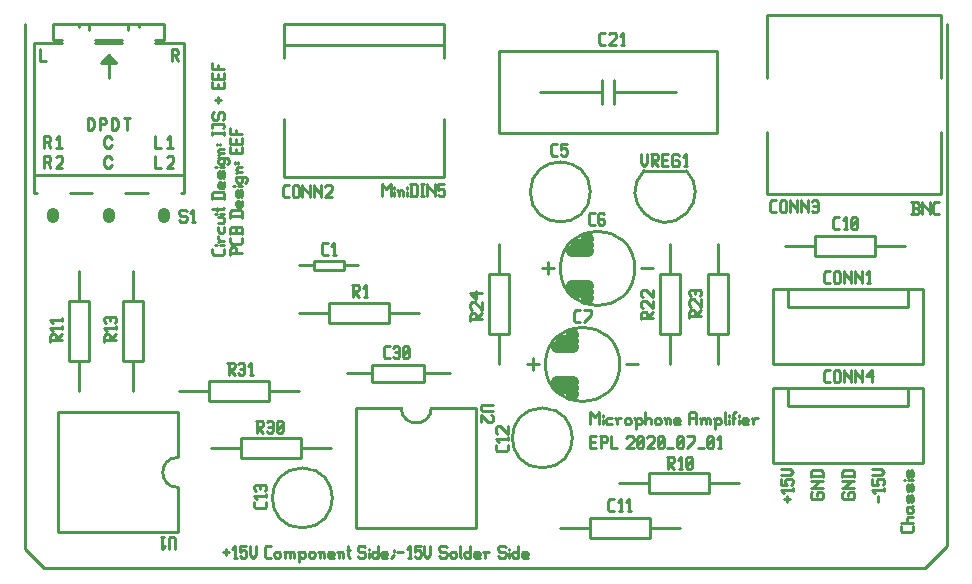
<source format=gto>
G04 start of page 2 for group 1 layer_idx 9 *
G04 Title: (unknown), top_silk *
G04 Creator: pcb-rnd 2.2.2 *
G04 CreationDate: 2020-07-01 21:22:50 UTC *
G04 For:  *
G04 Format: Gerber/RS-274X *
G04 PCB-Dimensions: 416500 193500 *
G04 PCB-Coordinate-Origin: lower left *
%MOIN*%
%FSLAX25Y25*%
%LNTOP_SILK_NONE_1*%
%ADD194C,0.0394*%
%ADD193C,0.0400*%
%ADD192C,0.0110*%
%ADD191C,0.0100*%
G54D191*X42000Y186500D02*Y187500D01*
X25500Y185500D02*Y187500D01*
X22000Y186500D02*Y187500D01*
X38500Y185500D02*Y187500D01*
X7000Y181000D02*X16500D01*
Y182000D02*X13500D01*
Y187500D01*
X26000Y156000D02*X25000D01*
X12000Y150000D02*X12500Y149500D01*
Y148500D01*
X12000Y148000D02*X11000D01*
X12500Y148500D02*X12000Y148000D01*
X10500Y143500D02*X12000D01*
Y147500D02*X12500Y146000D01*
X12000Y143500D02*X12500Y143000D01*
Y142000D01*
X9000Y179000D02*Y175000D01*
X11000D01*
X12000Y141500D02*X11000D01*
X10500Y150000D02*Y146000D01*
X7000Y181000D02*Y131000D01*
X12500Y142000D02*X12000Y141500D01*
Y141000D02*X12500Y139500D01*
X10500Y143500D02*Y139500D01*
Y150000D02*X12000D01*
X16500Y143000D02*Y141500D01*
X14500Y139500D02*X16500D01*
Y141500D02*X14500Y139500D01*
Y143000D02*X15000Y143500D01*
X16000D02*X16500Y143000D01*
X15000Y143500D02*X16000D01*
X14500Y146000D02*X16500D01*
X15500D02*Y150000D01*
X14500Y149000D01*
X19000Y131000D02*X26500D01*
X25000Y156000D02*Y152000D01*
X26000D01*
G54D192*X4000Y187500D02*Y12500D01*
G54D191*X8000Y131000D02*X7000D01*
G54D193*X13500Y124000D02*Y123000D01*
G54D191*X22000Y95000D02*Y105000D01*
X18667Y75000D02*Y95000D01*
X25333D02*Y75000D01*
Y95000D02*X18667D01*
X15000Y58000D02*Y18000D01*
X22000Y65000D02*Y75000D01*
X18667D02*X25333D01*
X26000Y152000D02*X27000Y153000D01*
Y155000D01*
X26000Y156000D01*
X27500Y181000D02*X36500D01*
Y182000D02*X27500D01*
X32000Y177000D02*X29500Y174500D01*
X32000Y176000D02*X33500Y174500D01*
X30500D02*X32000Y176000D01*
Y177000D02*Y169500D01*
X29500Y174500D02*X34500D01*
X32000Y177000D01*
X30500Y156000D02*X31000Y155500D01*
Y154500D01*
X30500Y154000D01*
X33000Y156000D02*Y152000D01*
X30500Y149000D02*Y147000D01*
X31500Y150000D02*X30500Y149000D01*
X32000Y150000D02*X31500D01*
X33000Y149000D02*X32000Y150000D01*
X33000Y142500D02*X32000Y143500D01*
X31500D01*
X30500Y142500D01*
G54D193*X32000Y124000D02*Y123000D01*
G54D191*X30500Y142500D02*Y140500D01*
X31500Y139500D01*
X32000D02*X33000Y140500D01*
X31500Y139500D02*X32000D01*
X30500Y147000D02*X31500Y146000D01*
X32000D02*X33000Y147000D01*
X31500Y146000D02*X32000D01*
X30500Y154000D02*X29500D01*
X34000Y156000D02*X33000D01*
Y152000D02*X34000D01*
X29000D02*Y156000D01*
X30500D01*
X37000D02*X39000D01*
X35000Y155000D02*X34000Y156000D01*
X35000Y153000D02*Y155000D01*
X38000Y156000D02*Y152000D01*
X34000D02*X35000Y153000D01*
X40000Y95000D02*Y105000D01*
X36667Y75000D02*Y95000D01*
X43333D02*Y75000D01*
Y95000D02*X36667D01*
X15000Y58000D02*X55000D01*
X40000Y65000D02*Y75000D01*
X36667D02*X43333D01*
X15000Y18000D02*X55000D01*
Y58000D02*Y43000D01*
Y33000D02*Y18000D01*
X13500Y187500D02*X50500D01*
Y182000D01*
X53000Y179000D02*X54500D01*
X55000Y178500D01*
X53000Y179000D02*Y175000D01*
X55000Y178500D02*Y177500D01*
X54500Y177000D01*
X53500D01*
X54500Y176500D02*X55000Y175000D01*
X50500Y182000D02*X47500D01*
Y150000D02*Y146000D01*
X49500D01*
X52000Y143500D02*X53000D01*
X51500Y143000D02*X52000Y143500D01*
X52500Y146000D02*Y150000D01*
X51500Y149000D01*
X47500Y139500D02*X49500D01*
X53000Y143500D02*X53500Y143000D01*
Y141500D01*
X51500Y139500D01*
X53500D01*
X47500Y143500D02*Y139500D01*
X51500Y146000D02*X53500D01*
G54D192*X4000Y12500D02*X10500Y6000D01*
G54D193*X50500Y124000D02*Y123000D01*
G54D191*X37500Y131000D02*X45000D01*
X7000Y137000D02*X57000D01*
Y131000D02*Y181000D01*
X90425Y136406D02*Y155737D01*
Y187390D02*X143575D01*
Y136406D02*X90425D01*
X143575Y187390D02*Y176052D01*
Y136406D02*Y155737D01*
X95500Y107000D02*X100425D01*
Y108642D02*X110275D01*
X95500Y91000D02*X105500D01*
X110275Y107000D02*X115200D01*
X100425Y108642D02*Y105358D01*
X110275D02*X100425D01*
X110275D02*Y108642D01*
X125500Y91000D02*X135500D01*
X105500Y94333D02*X125500D01*
X105500D02*Y87667D01*
X125500D02*X105500D01*
X125500D02*Y94333D01*
X162000Y104000D02*Y114000D01*
X165333Y104000D02*X158667D01*
X178520Y108000D02*Y104000D01*
X158667Y84000D02*Y104000D01*
X165333D02*Y84000D01*
X176520Y106000D02*X180520D01*
G54D194*X191821Y100094D02*X186320D01*
X191821Y98126D02*X188077D01*
X191821Y96157D02*X191461D01*
X191821Y111906D02*X186320D01*
X191821Y113874D02*X188077D01*
X191821Y115843D02*X191461D01*
G54D191*X90425Y180500D02*X143574D01*
X90425Y187390D02*Y176052D01*
X234815Y178640D02*X161980D01*
Y151081D01*
X196429Y168797D02*Y160923D01*
X200366Y168797D02*Y160923D01*
X251500Y190350D02*Y169500D01*
X161980Y151081D02*X234815D01*
Y178640D01*
X196429Y164860D02*X175760D01*
X200366D02*X221035D01*
X114500Y59500D02*Y19500D01*
X154500D01*
X114500Y59500D02*X129500D01*
X139500D02*X154500D01*
X212000Y37800D02*Y31200D01*
X202000Y34500D02*X212000D01*
X154500Y19500D02*Y59500D01*
X182500Y19500D02*X192500D01*
X55500Y65000D02*X65500D01*
X85500Y61667D02*X65500D01*
X85500Y65000D02*X95500D01*
X85500Y61667D02*Y68333D01*
X96026Y46158D02*X106026D01*
X76026Y49492D02*X96026D01*
Y42825D02*X76026D01*
X96026D02*Y49492D01*
X65500Y68333D02*Y61667D01*
X66026Y46158D02*X76026D01*
Y49492D02*Y42825D01*
X65500Y68333D02*X85500D01*
X111300Y71000D02*X119875D01*
Y73858D02*Y68142D01*
X137025Y71000D02*X145600D01*
X119875Y73858D02*X137025D01*
Y68142D02*X119875D01*
X137025D02*Y73858D01*
X204323Y74000D02*X208323D01*
X171520D02*X175520D01*
X162000D02*Y84000D01*
X158667D02*X165333D01*
X173520Y76000D02*Y72000D01*
G54D194*X186821Y68094D02*X181320D01*
X186821Y79906D02*X181320D01*
X186821Y66126D02*X183077D01*
X186821Y81874D02*X183077D01*
X186821Y64157D02*X186461D01*
X186821Y83843D02*X186461D01*
G54D191*X212000Y31200D02*X232000D01*
X212500Y19500D02*X222500D01*
X192500Y22833D02*Y16167D01*
Y22833D02*X212500D01*
Y16167D02*X192500D01*
X212500D02*Y22833D01*
X232000Y37800D02*Y31200D01*
Y34500D02*X242000D01*
X209323Y106000D02*X213323D01*
X219000Y104000D02*Y114000D01*
X215667Y84000D02*Y104000D01*
X222333D02*Y84000D01*
Y104000D02*X215667D01*
X224500Y138500D02*X210500D01*
X212000Y37800D02*X232000D01*
X219000Y74000D02*Y84000D01*
X215667D02*X222333D01*
X235000Y74000D02*Y84000D01*
X238333Y104000D02*Y84000D01*
X235000Y104000D02*Y114000D01*
X238333Y104000D02*X231667D01*
Y84000D02*X238333D01*
X231667D02*Y104000D01*
X57000Y131000D02*X56000D01*
X57000Y181000D02*X47500D01*
X309500Y190350D02*X251500D01*
Y130650D02*Y151500D01*
X309500Y189516D03*
X251500Y130650D02*X309500D01*
Y190350D02*Y169500D01*
X257500Y113500D02*X267500D01*
X287500D02*X297500D01*
X267500Y116833D02*X287500D01*
X267500D02*Y110167D01*
X258500Y93200D02*Y99200D01*
X253500D02*Y74200D01*
X287500Y110167D02*X267500D01*
X253500Y99200D02*X303500D01*
X258500Y93200D02*X298500D01*
Y99200D01*
X287500Y110167D02*Y116833D01*
X303500Y99200D02*Y74200D01*
X253500Y66200D02*X303500D01*
X258500Y60200D02*Y66200D01*
X253500D02*Y41200D01*
X303500D01*
X258500Y60200D02*X298500D01*
Y66200D01*
X303500D02*Y41200D01*
X253500Y74200D02*X303500D01*
G54D192*X10500Y6000D02*X304000D01*
X311500Y13500D01*
Y187500D01*
G54D191*X309500Y130650D02*Y151500D01*
X55000Y43000D02*G75*G03X55000Y33000I0J-5000D01*G01*
X129500Y59500D02*G75*G03X139500Y59500I5000J0D01*G01*
X96500Y19500D02*G75*G03X96500Y39500I0J10000D01*G01*
G75*G03X96500Y19500I0J-10000D01*G01*
X176500Y39500D02*G75*G03X176500Y59500I0J10000D01*G01*
G75*G03X176500Y39500I0J-10000D01*G01*
X177520Y74000D02*G75*G03X202323Y74000I12402J0D01*G01*
G75*G03X177520Y74000I-12402J0D01*G01*
X182520Y106000D02*G75*G03X207323Y106000I12402J0D01*G01*
G75*G03X182520Y106000I-12402J0D01*G01*
X172500Y131500D02*G75*G03X192500Y131500I10000J0D01*G01*
G75*G03X172500Y131500I-10000J0D01*G01*
X210429Y138571D02*G75*G03X224571Y124429I7071J-7071D01*G01*
X224571Y124429D02*G75*G03X224571Y138571I-7071J7071D01*G01*
X123000Y134010D02*Y130050D01*
Y134010D02*X124485Y132525D01*
X125970Y134010D01*
Y130050D01*
X127158Y133020D02*Y132525D01*
Y131535D02*Y130050D01*
X128643Y131535D02*Y130050D01*
Y131535D02*X129138Y132030D01*
X129633D01*
X130128Y131535D01*
Y130050D01*
X128148Y132030D02*X128643Y131535D01*
X131316Y133020D02*Y132525D01*
Y131535D02*Y130050D01*
X132801Y134010D02*Y130050D01*
X134286Y134010D02*X134781Y133515D01*
Y130545D01*
X134286Y130050D02*X134781Y130545D01*
X132306Y130050D02*X134286D01*
X132306Y134010D02*X134286D01*
X135969D02*X136959D01*
X136464D02*Y130050D01*
X135969D02*X136959D01*
X138147Y134010D02*Y130050D01*
Y134010D02*Y133515D01*
X140622Y131040D01*
Y134010D02*Y130050D01*
X141810Y134010D02*X143790D01*
X141810D02*Y132030D01*
X142305Y132525D01*
X143295D01*
X143790Y132030D01*
Y130545D01*
X143295Y130050D02*X143790Y130545D01*
X142305Y130050D02*X143295D01*
X141810Y130545D02*X142305Y130050D01*
X90634Y129752D02*X92134D01*
X90134Y130252D02*X90634Y129752D01*
X90134Y133252D02*Y130252D01*
Y133252D02*X90634Y133752D01*
X92134D01*
X93334Y133252D02*Y130252D01*
Y133252D02*X93834Y133752D01*
X94834D01*
X95334Y133252D01*
Y130252D01*
X94834Y129752D02*X95334Y130252D01*
X93834Y129752D02*X94834D01*
X93334Y130252D02*X93834Y129752D01*
X96534Y133752D02*Y129752D01*
Y133752D02*Y133252D01*
X99034Y130752D01*
Y133752D02*Y129752D01*
X100234Y133752D02*Y129752D01*
Y133752D02*Y133252D01*
X102734Y130752D01*
Y133752D02*Y129752D01*
X103934Y133252D02*X104434Y133752D01*
X105934D01*
X106434Y133252D01*
Y132252D01*
X103934Y129752D02*X106434Y132252D01*
X103934Y129752D02*X106434D01*
X71500Y74500D02*X73500D01*
X74000Y74000D01*
Y73000D01*
X73500Y72500D02*X74000Y73000D01*
X72000Y72500D02*X73500D01*
X72000Y74500D02*Y70500D01*
Y72500D02*X74000Y70500D01*
X75200Y74000D02*X75700Y74500D01*
X76700D01*
X77200Y74000D01*
Y71000D01*
X76700Y70500D02*X77200Y71000D01*
X75700Y70500D02*X76700D01*
X75200Y71000D02*X75700Y70500D01*
Y72500D02*X77200D01*
X78900Y70500D02*X79900D01*
X79400Y74500D02*Y70500D01*
X78400Y73500D02*X79400Y74500D01*
X113000Y100500D02*X115000D01*
X115500Y100000D01*
Y99000D01*
X115000Y98500D02*X115500Y99000D01*
X113500Y98500D02*X115000D01*
X113500Y100500D02*Y96500D01*
Y98500D02*X115500Y96500D01*
X117200D02*X118200D01*
X117700Y100500D02*Y96500D01*
X116700Y99500D02*X117700Y100500D01*
X103410Y110500D02*X104910D01*
X102910Y111000D02*X103410Y110500D01*
X102910Y114000D02*Y111000D01*
Y114000D02*X103410Y114500D01*
X104910D01*
X106610Y110500D02*X107610D01*
X107110Y114500D02*Y110500D01*
X106110Y113500D02*X107110Y114500D01*
X124090Y76000D02*X125590D01*
X123590Y76500D02*X124090Y76000D01*
X123590Y79500D02*Y76500D01*
Y79500D02*X124090Y80000D01*
X125590D01*
X126790Y79500D02*X127290Y80000D01*
X128290D01*
X128790Y79500D01*
Y76500D01*
X128290Y76000D02*X128790Y76500D01*
X127290Y76000D02*X128290D01*
X126790Y76500D02*X127290Y76000D01*
Y78000D02*X128790D01*
X129990Y76500D02*X130490Y76000D01*
X129990Y79500D02*Y76500D01*
Y79500D02*X130490Y80000D01*
X131490D01*
X131990Y79500D01*
Y76500D01*
X131490Y76000D02*X131990Y76500D01*
X130490Y76000D02*X131490D01*
X129990Y77000D02*X131990Y79000D01*
X70000Y11530D02*X71980D01*
X70990Y12520D02*Y10540D01*
X73663Y9550D02*X74653D01*
X74158Y13510D02*Y9550D01*
X73168Y12520D02*X74158Y13510D01*
X75841D02*X77821D01*
X75841D02*Y11530D01*
X76336Y12025D01*
X77326D01*
X77821Y11530D01*
Y10045D01*
X77326Y9550D02*X77821Y10045D01*
X76336Y9550D02*X77326D01*
X75841Y10045D02*X76336Y9550D01*
X79009Y13510D02*Y10540D01*
X79999Y9550D01*
X80989Y10540D01*
Y13510D02*Y10540D01*
X84454Y9550D02*X85939D01*
X83959Y10045D02*X84454Y9550D01*
X83959Y13015D02*Y10045D01*
Y13015D02*X84454Y13510D01*
X85939D01*
X87127Y11035D02*Y10045D01*
Y11035D02*X87622Y11530D01*
X88612D01*
X89107Y11035D01*
Y10045D01*
X88612Y9550D02*X89107Y10045D01*
X87622Y9550D02*X88612D01*
X87127Y10045D02*X87622Y9550D01*
X90790Y11035D02*Y9550D01*
Y11035D02*X91285Y11530D01*
X91780D01*
X92275Y11035D01*
Y9550D01*
Y11035D02*X92770Y11530D01*
X93265D01*
X93760Y11035D01*
Y9550D01*
X90295Y11530D02*X90790Y11035D01*
X95443D02*Y8065D01*
X94948Y11530D02*X95443Y11035D01*
X95938Y11530D01*
X96928D01*
X97423Y11035D01*
Y10045D01*
X96928Y9550D02*X97423Y10045D01*
X95938Y9550D02*X96928D01*
X95443Y10045D02*X95938Y9550D01*
X98611Y11035D02*Y10045D01*
Y11035D02*X99106Y11530D01*
X100096D01*
X100591Y11035D01*
Y10045D01*
X100096Y9550D02*X100591Y10045D01*
X99106Y9550D02*X100096D01*
X98611Y10045D02*X99106Y9550D01*
X102274Y11035D02*Y9550D01*
Y11035D02*X102769Y11530D01*
X103264D01*
X103759Y11035D01*
Y9550D01*
X101779Y11530D02*X102274Y11035D01*
X105442Y9550D02*X106927D01*
X104947Y10045D02*X105442Y9550D01*
X104947Y11035D02*Y10045D01*
Y11035D02*X105442Y11530D01*
X106432D01*
X106927Y11035D01*
X104947Y10540D02*X106927D01*
Y11035D01*
X108610D02*Y9550D01*
Y11035D02*X109105Y11530D01*
X109600D01*
X110095Y11035D01*
Y9550D01*
X108115Y11530D02*X108610Y11035D01*
X111778Y13510D02*Y10045D01*
X112273Y9550D01*
X111283Y12025D02*X112273D01*
X117025Y13510D02*X117520Y13015D01*
X115540Y13510D02*X117025D01*
X115045Y13015D02*X115540Y13510D01*
X115045Y13015D02*Y12025D01*
X115540Y11530D01*
X117025D01*
X117520Y11035D01*
Y10045D01*
X117025Y9550D02*X117520Y10045D01*
X115540Y9550D02*X117025D01*
X115045Y10045D02*X115540Y9550D01*
X118708Y12520D02*Y12025D01*
Y11035D02*Y9550D01*
X121678Y13510D02*Y9550D01*
X121183D02*X121678Y10045D01*
X120193Y9550D02*X121183D01*
X119698Y10045D02*X120193Y9550D01*
X119698Y11035D02*Y10045D01*
Y11035D02*X120193Y11530D01*
X121183D01*
X121678Y11035D01*
X123361Y9550D02*X124846D01*
X122866Y10045D02*X123361Y9550D01*
X122866Y11035D02*Y10045D01*
Y11035D02*X123361Y11530D01*
X124351D01*
X124846Y11035D01*
X122866Y10540D02*X124846D01*
Y11035D01*
X126034Y9550D02*X127024Y10540D01*
Y12025D02*Y11530D01*
X128212D02*X130192D01*
X131875Y9550D02*X132865D01*
X132370Y13510D02*Y9550D01*
X131380Y12520D02*X132370Y13510D01*
X134053D02*X136033D01*
X134053D02*Y11530D01*
X134548Y12025D01*
X135538D01*
X136033Y11530D01*
Y10045D01*
X135538Y9550D02*X136033Y10045D01*
X134548Y9550D02*X135538D01*
X134053Y10045D02*X134548Y9550D01*
X137221Y13510D02*Y10540D01*
X138211Y9550D01*
X139201Y10540D01*
Y13510D02*Y10540D01*
X144151Y13510D02*X144646Y13015D01*
X142666Y13510D02*X144151D01*
X142171Y13015D02*X142666Y13510D01*
X142171Y13015D02*Y12025D01*
X142666Y11530D01*
X144151D01*
X144646Y11035D01*
Y10045D01*
X144151Y9550D02*X144646Y10045D01*
X142666Y9550D02*X144151D01*
X142171Y10045D02*X142666Y9550D01*
X145834Y11035D02*Y10045D01*
Y11035D02*X146329Y11530D01*
X147319D01*
X147814Y11035D01*
Y10045D01*
X147319Y9550D02*X147814Y10045D01*
X146329Y9550D02*X147319D01*
X145834Y10045D02*X146329Y9550D01*
X149002Y13510D02*Y10045D01*
X149497Y9550D01*
X152467Y13510D02*Y9550D01*
X151972D02*X152467Y10045D01*
X150982Y9550D02*X151972D01*
X150487Y10045D02*X150982Y9550D01*
X150487Y11035D02*Y10045D01*
Y11035D02*X150982Y11530D01*
X151972D01*
X152467Y11035D01*
X154150Y9550D02*X155635D01*
X153655Y10045D02*X154150Y9550D01*
X153655Y11035D02*Y10045D01*
Y11035D02*X154150Y11530D01*
X155140D01*
X155635Y11035D01*
X153655Y10540D02*X155635D01*
Y11035D01*
X157318D02*Y9550D01*
Y11035D02*X157813Y11530D01*
X158803D01*
X156823D02*X157318Y11035D01*
X163753Y13510D02*X164248Y13015D01*
X162268Y13510D02*X163753D01*
X161773Y13015D02*X162268Y13510D01*
X161773Y13015D02*Y12025D01*
X162268Y11530D01*
X163753D01*
X164248Y11035D01*
Y10045D01*
X163753Y9550D02*X164248Y10045D01*
X162268Y9550D02*X163753D01*
X161773Y10045D02*X162268Y9550D01*
X165436Y12520D02*Y12025D01*
Y11035D02*Y9550D01*
X168406Y13510D02*Y9550D01*
X167911D02*X168406Y10045D01*
X166921Y9550D02*X167911D01*
X166426Y10045D02*X166921Y9550D01*
X166426Y11035D02*Y10045D01*
Y11035D02*X166921Y11530D01*
X167911D01*
X168406Y11035D01*
X170089Y9550D02*X171574D01*
X169594Y10045D02*X170089Y9550D01*
X169594Y11035D02*Y10045D01*
Y11035D02*X170089Y11530D01*
X171079D01*
X171574Y11035D01*
X169594Y10540D02*X171574D01*
Y11035D01*
X54000Y12500D02*Y16000D01*
X53500Y16500D01*
X52500D01*
X52000Y16000D01*
Y12500D02*Y16000D01*
X50300Y16500D02*X49300D01*
X49800Y12500D02*Y16500D01*
X50800Y13500D02*X49800Y12500D01*
X160000Y60500D02*X156500D01*
X156000Y60000D01*
Y59000D01*
X156500Y58500D01*
X160000D02*X156500D01*
X159500Y57300D02*X160000Y56800D01*
Y55300D01*
X159500Y54800D01*
X158500D01*
X156000Y57300D02*X158500Y54800D01*
X156000Y57300D02*Y54800D01*
X81026Y55158D02*X83026D01*
X83526Y54658D01*
Y53658D01*
X83026Y53158D02*X83526Y53658D01*
X81526Y53158D02*X83026D01*
X81526Y55158D02*Y51158D01*
Y53158D02*X83526Y51158D01*
X84726Y54658D02*X85226Y55158D01*
X86226D01*
X86726Y54658D01*
Y51658D01*
X86226Y51158D02*X86726Y51658D01*
X85226Y51158D02*X86226D01*
X84726Y51658D02*X85226Y51158D01*
Y53158D02*X86726D01*
X87926Y51658D02*X88426Y51158D01*
X87926Y54658D02*Y51658D01*
Y54658D02*X88426Y55158D01*
X89426D01*
X89926Y54658D01*
Y51658D01*
X89426Y51158D02*X89926Y51658D01*
X88426Y51158D02*X89426D01*
X87926Y52158D02*X89926Y54158D01*
X165000Y45500D02*Y47000D01*
X164500Y45000D02*X165000Y45500D01*
X161500Y45000D02*X164500D01*
X161500D02*X161000Y45500D01*
Y47000D01*
X165000Y48700D02*Y49700D01*
X161000Y49200D02*X165000D01*
X162000Y48200D02*X161000Y49200D01*
X161500Y50900D02*X161000Y51400D01*
Y52900D01*
X161500Y53400D01*
X162500D01*
X165000Y50900D02*X162500Y53400D01*
X165000Y50900D02*Y53400D01*
X84500Y26500D02*Y28000D01*
X84000Y26000D02*X84500Y26500D01*
X81000Y26000D02*X84000D01*
X81000D02*X80500Y26500D01*
Y28000D01*
X84500Y29700D02*Y30700D01*
X80500Y30200D02*X84500D01*
X81500Y29200D02*X80500Y30200D01*
X81000Y31900D02*X80500Y32400D01*
Y33400D01*
X81000Y33900D01*
X84000D01*
X84500Y33400D02*X84000Y33900D01*
X84500Y32400D02*Y33400D01*
X84000Y31900D02*X84500Y32400D01*
X82500D02*Y33900D01*
X187610Y88000D02*X189110D01*
X187110Y88500D02*X187610Y88000D01*
X187110Y91500D02*Y88500D01*
Y91500D02*X187610Y92000D01*
X189110D01*
X190310Y88000D02*X192810Y90500D01*
Y92000D02*Y90500D01*
X190310Y92000D02*X192810D01*
X199000Y25000D02*X200500D01*
X198500Y25500D02*X199000Y25000D01*
X198500Y28500D02*Y25500D01*
Y28500D02*X199000Y29000D01*
X200500D01*
X202200Y25000D02*X203200D01*
X202700Y29000D02*Y25000D01*
X201700Y28000D02*X202700Y29000D01*
X204900Y25000D02*X205900D01*
X205400Y29000D02*Y25000D01*
X204400Y28000D02*X205400Y29000D01*
X152500Y88500D02*Y90500D01*
X153000Y91000D01*
X154000D01*
X154500Y90500D02*X154000Y91000D01*
X154500Y89000D02*Y90500D01*
X152500Y89000D02*X156500D01*
X154500D02*X156500Y91000D01*
X153000Y92200D02*X152500Y92700D01*
Y94200D01*
X153000Y94700D01*
X154000D01*
X156500Y92200D02*X154000Y94700D01*
X156500Y92200D02*Y94700D01*
X154500Y95900D02*X152500Y97900D01*
X154500Y95900D02*Y98400D01*
X152500Y97900D02*X156500D01*
X192453Y120500D02*X193953D01*
X191953Y121000D02*X192453Y120500D01*
X191953Y124000D02*Y121000D01*
Y124000D02*X192453Y124500D01*
X193953D01*
X196653D02*X197153Y124000D01*
X195653Y124500D02*X196653D01*
X195153Y124000D02*X195653Y124500D01*
X195153Y124000D02*Y121000D01*
X195653Y120500D01*
X196653Y122500D02*X197153Y122000D01*
X195153Y122500D02*X196653D01*
X195653Y120500D02*X196653D01*
X197153Y121000D01*
Y122000D02*Y121000D01*
X209500Y89000D02*Y91000D01*
X210000Y91500D01*
X211000D01*
X211500Y91000D02*X211000Y91500D01*
X211500Y89500D02*Y91000D01*
X209500Y89500D02*X213500D01*
X211500D02*X213500Y91500D01*
X210000Y92700D02*X209500Y93200D01*
Y94700D01*
X210000Y95200D01*
X211000D01*
X213500Y92700D02*X211000Y95200D01*
X213500Y92700D02*Y95200D01*
X210000Y96400D02*X209500Y96900D01*
Y98400D01*
X210000Y98900D01*
X211000D01*
X213500Y96400D02*X211000Y98900D01*
X213500Y96400D02*Y98900D01*
X225500Y89500D02*Y91500D01*
X226000Y92000D01*
X227000D01*
X227500Y91500D02*X227000Y92000D01*
X227500Y90000D02*Y91500D01*
X225500Y90000D02*X229500D01*
X227500D02*X229500Y92000D01*
X226000Y93200D02*X225500Y93700D01*
Y95200D01*
X226000Y95700D01*
X227000D01*
X229500Y93200D02*X227000Y95700D01*
X229500Y93200D02*Y95700D01*
X226000Y96900D02*X225500Y97400D01*
Y98400D01*
X226000Y98900D01*
X229000D01*
X229500Y98400D02*X229000Y98900D01*
X229500Y97400D02*Y98400D01*
X229000Y96900D02*X229500Y97400D01*
X227500D02*Y98900D01*
X257970Y28000D02*Y29980D01*
X256980Y28990D02*X258960D01*
X259950Y31663D02*Y32653D01*
X255990Y32158D02*X259950D01*
X256980Y31168D02*X255990Y32158D01*
Y33841D02*Y35821D01*
Y33841D02*X257970D01*
X257475Y34336D01*
Y35326D01*
X257970Y35821D01*
X259455D01*
X259950Y35326D02*X259455Y35821D01*
X259950Y34336D02*Y35326D01*
X259455Y33841D02*X259950Y34336D01*
X255990Y37009D02*X258960D01*
X259950Y37999D01*
X258960Y38989D01*
X255990D02*X258960D01*
X192500Y48000D02*X194000D01*
X192500Y46000D02*X194500D01*
X192500Y50000D02*Y46000D01*
Y50000D02*X194500D01*
X196200D02*Y46000D01*
X195700Y50000D02*X197700D01*
X198200Y49500D01*
Y48500D01*
X197700Y48000D02*X198200Y48500D01*
X196200Y48000D02*X197700D01*
X199400Y50000D02*Y46000D01*
X201400D01*
X204400Y49500D02*X204900Y50000D01*
X206400D01*
X206900Y49500D01*
Y48500D01*
X204400Y46000D02*X206900Y48500D01*
X204400Y46000D02*X206900D01*
X208100Y46500D02*X208600Y46000D01*
X208100Y49500D02*Y46500D01*
Y49500D02*X208600Y50000D01*
X209600D01*
X210100Y49500D01*
Y46500D01*
X209600Y46000D02*X210100Y46500D01*
X208600Y46000D02*X209600D01*
X208100Y47000D02*X210100Y49000D01*
X211300Y49500D02*X211800Y50000D01*
X213300D01*
X213800Y49500D01*
Y48500D01*
X211300Y46000D02*X213800Y48500D01*
X211300Y46000D02*X213800D01*
X215000Y46500D02*X215500Y46000D01*
X215000Y49500D02*Y46500D01*
Y49500D02*X215500Y50000D01*
X216500D01*
X217000Y49500D01*
Y46500D01*
X216500Y46000D02*X217000Y46500D01*
X215500Y46000D02*X216500D01*
X215000Y47000D02*X217000Y49000D01*
X218200Y46000D02*X220200D01*
X221400Y46500D02*X221900Y46000D01*
X221400Y49500D02*Y46500D01*
Y49500D02*X221900Y50000D01*
X222900D01*
X223400Y49500D01*
Y46500D01*
X222900Y46000D02*X223400Y46500D01*
X221900Y46000D02*X222900D01*
X221400Y47000D02*X223400Y49000D01*
X224600Y46000D02*X227100Y48500D01*
Y50000D02*Y48500D01*
X224600Y50000D02*X227100D01*
X228300Y46000D02*X230300D01*
X231500Y46500D02*X232000Y46000D01*
X231500Y49500D02*Y46500D01*
Y49500D02*X232000Y50000D01*
X233000D01*
X233500Y49500D01*
Y46500D01*
X233000Y46000D02*X233500Y46500D01*
X232000Y46000D02*X233000D01*
X231500Y47000D02*X233500Y49000D01*
X235200Y46000D02*X236200D01*
X235700Y50000D02*Y46000D01*
X234700Y49000D02*X235700Y50000D01*
X192500Y58010D02*Y54050D01*
Y58010D02*X193985Y56525D01*
X195470Y58010D01*
Y54050D01*
X196658Y57020D02*Y56525D01*
Y55535D02*Y54050D01*
X198143Y56030D02*X199628D01*
X197648Y55535D02*X198143Y56030D01*
X197648Y55535D02*Y54545D01*
X198143Y54050D01*
X199628D01*
X201311Y55535D02*Y54050D01*
Y55535D02*X201806Y56030D01*
X202796D01*
X200816D02*X201311Y55535D01*
X203984D02*Y54545D01*
Y55535D02*X204479Y56030D01*
X205469D01*
X205964Y55535D01*
Y54545D01*
X205469Y54050D02*X205964Y54545D01*
X204479Y54050D02*X205469D01*
X203984Y54545D02*X204479Y54050D01*
X207647Y55535D02*Y52565D01*
X207152Y56030D02*X207647Y55535D01*
X208142Y56030D01*
X209132D01*
X209627Y55535D01*
Y54545D01*
X209132Y54050D02*X209627Y54545D01*
X208142Y54050D02*X209132D01*
X207647Y54545D02*X208142Y54050D01*
X210815Y58010D02*Y54050D01*
Y55535D02*X211310Y56030D01*
X212300D01*
X212795Y55535D01*
Y54050D01*
X213983Y55535D02*Y54545D01*
Y55535D02*X214478Y56030D01*
X215468D01*
X215963Y55535D01*
Y54545D01*
X215468Y54050D02*X215963Y54545D01*
X214478Y54050D02*X215468D01*
X213983Y54545D02*X214478Y54050D01*
X217646Y55535D02*Y54050D01*
Y55535D02*X218141Y56030D01*
X218636D01*
X219131Y55535D01*
Y54050D01*
X217151Y56030D02*X217646Y55535D01*
X220814Y54050D02*X222299D01*
X220319Y54545D02*X220814Y54050D01*
X220319Y55535D02*Y54545D01*
Y55535D02*X220814Y56030D01*
X221804D01*
X222299Y55535D01*
X220319Y55040D02*X222299D01*
Y55535D01*
X225269Y57515D02*Y54050D01*
Y57515D02*X225764Y58010D01*
X227249D01*
X227744Y57515D01*
Y54050D01*
X225269Y56030D02*X227744D01*
X229427Y55535D02*Y54050D01*
Y55535D02*X229922Y56030D01*
X230417D01*
X230912Y55535D01*
Y54050D01*
Y55535D02*X231407Y56030D01*
X231902D01*
X232397Y55535D01*
Y54050D01*
X228932Y56030D02*X229427Y55535D01*
X234080D02*Y52565D01*
X233585Y56030D02*X234080Y55535D01*
X234575Y56030D01*
X235565D01*
X236060Y55535D01*
Y54545D01*
X235565Y54050D02*X236060Y54545D01*
X234575Y54050D02*X235565D01*
X234080Y54545D02*X234575Y54050D01*
X237248Y58010D02*Y54545D01*
X237743Y54050D01*
X238733Y57020D02*Y56525D01*
Y55535D02*Y54050D01*
X240218Y57515D02*Y54050D01*
Y57515D02*X240713Y58010D01*
X241208D01*
X239723Y56030D02*X240713D01*
X242198Y57020D02*Y56525D01*
Y55535D02*Y54050D01*
X243683D02*X245168D01*
X243188Y54545D02*X243683Y54050D01*
X243188Y55535D02*Y54545D01*
Y55535D02*X243683Y56030D01*
X244673D01*
X245168Y55535D01*
X243188Y55040D02*X245168D01*
Y55535D01*
X246851D02*Y54050D01*
Y55535D02*X247346Y56030D01*
X248336D01*
X246356D02*X246851Y55535D01*
X218000Y43200D02*X220000D01*
X220500Y42700D01*
Y41700D01*
X220000Y41200D02*X220500Y41700D01*
X218500Y41200D02*X220000D01*
X218500Y43200D02*Y39200D01*
Y41200D02*X220500Y39200D01*
X222200D02*X223200D01*
X222700Y43200D02*Y39200D01*
X221700Y42200D02*X222700Y43200D01*
X224400Y39700D02*X224900Y39200D01*
X224400Y42700D02*Y39700D01*
Y42700D02*X224900Y43200D01*
X225900D01*
X226400Y42700D01*
Y39700D01*
X225900Y39200D02*X226400Y39700D01*
X224900Y39200D02*X225900D01*
X224400Y40200D02*X226400Y42200D01*
X299500Y124050D02*X301480D01*
X301975Y124545D01*
Y125535D02*Y124545D01*
X301480Y126030D02*X301975Y125535D01*
X299995Y126030D02*X301480D01*
X299995Y128010D02*Y124050D01*
X299500Y128010D02*X301480D01*
X301975Y127515D01*
Y126525D01*
X301480Y126030D02*X301975Y126525D01*
X303163Y128010D02*Y124050D01*
Y128010D02*Y127515D01*
X305638Y125040D01*
Y128010D02*Y124050D01*
X307321D02*X308806D01*
X306826Y124545D02*X307321Y124050D01*
X306826Y127515D02*Y124545D01*
Y127515D02*X307321Y128010D01*
X308806D01*
X274000Y119000D02*X275500D01*
X273500Y119500D02*X274000Y119000D01*
X273500Y122500D02*Y119500D01*
Y122500D02*X274000Y123000D01*
X275500D01*
X277200Y119000D02*X278200D01*
X277700Y123000D02*Y119000D01*
X276700Y122000D02*X277700Y123000D01*
X279400Y119500D02*X279900Y119000D01*
X279400Y122500D02*Y119500D01*
Y122500D02*X279900Y123000D01*
X280900D01*
X281400Y122500D01*
Y119500D01*
X280900Y119000D02*X281400Y119500D01*
X279900Y119000D02*X280900D01*
X279400Y120000D02*X281400Y122000D01*
X271000Y68000D02*X272500D01*
X270500Y68500D02*X271000Y68000D01*
X270500Y71500D02*Y68500D01*
Y71500D02*X271000Y72000D01*
X272500D01*
X273700Y71500D02*Y68500D01*
Y71500D02*X274200Y72000D01*
X275200D01*
X275700Y71500D01*
Y68500D01*
X275200Y68000D02*X275700Y68500D01*
X274200Y68000D02*X275200D01*
X273700Y68500D02*X274200Y68000D01*
X276900Y72000D02*Y68000D01*
Y72000D02*Y71500D01*
X279400Y69000D01*
Y72000D02*Y68000D01*
X280600Y72000D02*Y68000D01*
Y72000D02*Y71500D01*
X283100Y69000D01*
Y72000D02*Y68000D01*
X284300Y70000D02*X286300Y72000D01*
X284300Y70000D02*X286800D01*
X286300Y72000D02*Y68000D01*
X271000Y101000D02*X272500D01*
X270500Y101500D02*X271000Y101000D01*
X270500Y104500D02*Y101500D01*
Y104500D02*X271000Y105000D01*
X272500D01*
X273700Y104500D02*Y101500D01*
Y104500D02*X274200Y105000D01*
X275200D01*
X275700Y104500D01*
Y101500D01*
X275200Y101000D02*X275700Y101500D01*
X274200Y101000D02*X275200D01*
X273700Y101500D02*X274200Y101000D01*
X276900Y105000D02*Y101000D01*
Y105000D02*Y104500D01*
X279400Y102000D01*
Y105000D02*Y101000D01*
X280600Y105000D02*Y101000D01*
Y105000D02*Y104500D01*
X283100Y102000D01*
Y105000D02*Y101000D01*
X284800D02*X285800D01*
X285300Y105000D02*Y101000D01*
X284300Y104000D02*X285300Y105000D01*
X276490Y30980D02*X276985Y31475D01*
X276490Y29495D02*Y30980D01*
X276985Y29000D02*X276490Y29495D01*
X276985Y29000D02*X279955D01*
X280450Y29495D01*
Y30980D01*
X279955Y31475D01*
X278965D02*X279955D01*
X278470Y30980D02*X278965Y31475D01*
X278470Y29990D02*Y30980D01*
X276490Y32663D02*X280450D01*
X276490D02*X276985D01*
X279460Y35138D01*
X276490D02*X280450D01*
X276490Y36821D02*X280450D01*
X276490Y38306D02*X276985Y38801D01*
X279955D01*
X280450Y38306D02*X279955Y38801D01*
X280450Y36326D02*Y38306D01*
X276490Y36326D02*Y38306D01*
X288470Y28000D02*Y29980D01*
X290450Y31663D02*Y32653D01*
X286490Y32158D02*X290450D01*
X287480Y31168D02*X286490Y32158D01*
Y33841D02*Y35821D01*
Y33841D02*X288470D01*
X287975Y34336D01*
Y35326D01*
X288470Y35821D01*
X289955D01*
X290450Y35326D02*X289955Y35821D01*
X290450Y34336D02*Y35326D01*
X289955Y33841D02*X290450Y34336D01*
X286490Y37009D02*X289460D01*
X290450Y37999D01*
X289460Y38989D01*
X286490D02*X289460D01*
X265990Y30980D02*X266485Y31475D01*
X265990Y29495D02*Y30980D01*
X266485Y29000D02*X265990Y29495D01*
X266485Y29000D02*X269455D01*
X269950Y29495D01*
Y30980D01*
X269455Y31475D01*
X268465D02*X269455D01*
X267970Y30980D02*X268465Y31475D01*
X267970Y29990D02*Y30980D01*
X265990Y32663D02*X269950D01*
X265990D02*X266485D01*
X268960Y35138D01*
X265990D02*X269950D01*
X265990Y36821D02*X269950D01*
X265990Y38306D02*X266485Y38801D01*
X269455D01*
X269950Y38306D02*X269455Y38801D01*
X269950Y36326D02*Y38306D01*
X265990Y36326D02*Y38306D01*
X299950Y18495D02*Y19980D01*
X299455Y18000D02*X299950Y18495D01*
X296485Y18000D02*X299455D01*
X296485D02*X295990Y18495D01*
Y19980D01*
Y21168D02*X299950D01*
X298465D02*X297970Y21663D01*
Y22653D01*
X298465Y23148D01*
X299950D01*
X297970Y25821D02*X298465Y26316D01*
X297970Y24831D02*Y25821D01*
X298465Y24336D02*X297970Y24831D01*
X298465Y24336D02*X299455D01*
X299950Y24831D01*
X297970Y26316D02*X299455D01*
X299950Y26811D01*
Y24831D02*Y25821D01*
X299455Y26316D01*
X299950Y28494D02*Y29979D01*
X299455Y30474D01*
X298960Y29979D02*X299455Y30474D01*
X298960Y28494D02*Y29979D01*
X298465Y27999D02*X298960Y28494D01*
X298465Y27999D02*X297970Y28494D01*
Y29979D01*
X298465Y30474D01*
X299455Y27999D02*X299950Y28494D01*
Y32157D02*Y33642D01*
X299455Y34137D01*
X298960Y33642D02*X299455Y34137D01*
X298960Y32157D02*Y33642D01*
X298465Y31662D02*X298960Y32157D01*
X298465Y31662D02*X297970Y32157D01*
Y33642D01*
X298465Y34137D01*
X299455Y31662D02*X299950Y32157D01*
X296980Y35325D02*X297475D01*
X298465D02*X299950D01*
Y36810D02*Y38295D01*
X299455Y38790D01*
X298960Y38295D02*X299455Y38790D01*
X298960Y36810D02*Y38295D01*
X298465Y36315D02*X298960Y36810D01*
X298465Y36315D02*X297970Y36810D01*
Y38295D01*
X298465Y38790D01*
X299455Y36315D02*X299950Y36810D01*
X70500Y111000D02*Y112500D01*
X70000Y110500D02*X70500Y111000D01*
X67000Y110500D02*X70000D01*
X67000D02*X66500Y111000D01*
Y112500D01*
X67500Y113700D02*X68000D01*
X69000D02*X70500D01*
X69000Y115200D02*X70500D01*
X69000D02*X68500Y115700D01*
Y116700D01*
Y114700D02*X69000Y115200D01*
X68500Y118400D02*Y119900D01*
X69000Y117900D02*X68500Y118400D01*
X69000Y117900D02*X70000D01*
X70500Y118400D01*
Y119900D01*
X68500Y121100D02*X70000D01*
X70500Y121600D01*
Y122600D01*
X70000Y123100D01*
X68500D02*X70000D01*
X67500Y124300D02*X68000D01*
X69000D02*X70500D01*
X66500Y125800D02*X70000D01*
X70500Y126300D01*
X68000Y125300D02*Y126300D01*
X66500Y129600D02*X70500D01*
X66500Y131100D02*X67000Y131600D01*
X70000D01*
X70500Y131100D02*X70000Y131600D01*
X70500Y129100D02*Y131100D01*
X66500Y129100D02*Y131100D01*
X70500Y133300D02*Y134800D01*
X70000Y132800D02*X70500Y133300D01*
X69000Y132800D02*X70000D01*
X69000D02*X68500Y133300D01*
Y134300D01*
X69000Y134800D01*
X69500Y132800D02*Y134800D01*
X69000D01*
X70500Y136500D02*Y138000D01*
X70000Y138500D01*
X69500Y138000D02*X70000Y138500D01*
X69500Y136500D02*Y138000D01*
X69000Y136000D02*X69500Y136500D01*
X69000Y136000D02*X68500Y136500D01*
Y138000D01*
X69000Y138500D01*
X70000Y136000D02*X70500Y136500D01*
X67500Y139700D02*X68000D01*
X69000D02*X70500D01*
X68500Y142200D02*X69000Y142700D01*
X68500Y141200D02*Y142200D01*
X69000Y140700D02*X68500Y141200D01*
X69000Y140700D02*X70000D01*
X70500Y141200D01*
Y142200D01*
X70000Y142700D01*
X71500Y140700D02*X72000Y141200D01*
Y142200D01*
X71500Y142700D01*
X68500D02*X71500D01*
X69000Y144400D02*X70500D01*
X69000D02*X68500Y144900D01*
Y145400D01*
X69000Y145900D01*
X70500D01*
X68500Y143900D02*X69000Y144400D01*
X68000Y147100D02*Y147600D01*
X69000Y147100D02*Y147600D01*
X66500Y150600D02*Y151600D01*
Y151100D02*X70500D01*
Y150600D02*Y151600D01*
X66500Y152800D02*Y154300D01*
X70000D01*
X70500Y153800D02*X70000Y154300D01*
X70500Y153300D02*Y153800D01*
X70000Y152800D02*X70500Y153300D01*
X66500Y157500D02*X67000Y158000D01*
X66500Y156000D02*Y157500D01*
X67000Y155500D02*X66500Y156000D01*
X67000Y155500D02*X68000D01*
X68500Y156000D01*
Y157500D01*
X69000Y158000D01*
X70000D01*
X70500Y157500D02*X70000Y158000D01*
X70500Y156000D02*Y157500D01*
X70000Y155500D02*X70500Y156000D01*
X68500Y161000D02*Y163000D01*
X67500Y162000D02*X69500D01*
X68500Y166000D02*Y167500D01*
X70500Y166000D02*Y168000D01*
X66500Y166000D02*X70500D01*
X66500D02*Y168000D01*
X68500Y169200D02*Y170700D01*
X70500Y169200D02*Y171200D01*
X66500Y169200D02*X70500D01*
X66500D02*Y171200D01*
Y172400D02*X70500D01*
X66500D02*Y174400D01*
X68500Y172400D02*Y173900D01*
X57500Y125500D02*X58000Y125000D01*
X56000Y125500D02*X57500D01*
X55500Y125000D02*X56000Y125500D01*
X55500Y125000D02*Y124000D01*
X56000Y123500D01*
X57500D01*
X58000Y123000D01*
Y122000D01*
X57500Y121500D02*X58000Y122000D01*
X56000Y121500D02*X57500D01*
X55500Y122000D02*X56000Y121500D01*
X59700D02*X60700D01*
X60200Y125500D02*Y121500D01*
X59200Y124500D02*X60200Y125500D01*
X12500Y81500D02*Y83500D01*
X13000Y84000D01*
X14000D01*
X14500Y83500D02*X14000Y84000D01*
X14500Y82000D02*Y83500D01*
X12500Y82000D02*X16500D01*
X14500D02*X16500Y84000D01*
Y85700D02*Y86700D01*
X12500Y86200D02*X16500D01*
X13500Y85200D02*X12500Y86200D01*
X16500Y88400D02*Y89400D01*
X12500Y88900D02*X16500D01*
X13500Y87900D02*X12500Y88900D01*
X30500Y81500D02*Y83500D01*
X31000Y84000D01*
X32000D01*
X32500Y83500D02*X32000Y84000D01*
X32500Y82000D02*Y83500D01*
X30500Y82000D02*X34500D01*
X32500D02*X34500Y84000D01*
Y85700D02*Y86700D01*
X30500Y86200D02*X34500D01*
X31500Y85200D02*X30500Y86200D01*
X31000Y87900D02*X30500Y88400D01*
Y89400D01*
X31000Y89900D01*
X34000D01*
X34500Y89400D02*X34000Y89900D01*
X34500Y88400D02*Y89400D01*
X34000Y87900D02*X34500Y88400D01*
X32500D02*Y89900D01*
X72500Y111000D02*X76500D01*
X72500Y110500D02*Y112500D01*
X73000Y113000D01*
X74000D01*
X74500Y112500D02*X74000Y113000D01*
X74500Y111000D02*Y112500D01*
X76500Y114700D02*Y116200D01*
X76000Y114200D02*X76500Y114700D01*
X73000Y114200D02*X76000D01*
X73000D02*X72500Y114700D01*
Y116200D01*
X76500Y117400D02*Y119400D01*
X76000Y119900D01*
X75000D02*X76000D01*
X74500Y119400D02*X75000Y119900D01*
X74500Y117900D02*Y119400D01*
X72500Y117900D02*X76500D01*
X72500Y117400D02*Y119400D01*
X73000Y119900D01*
X74000D01*
X74500Y119400D02*X74000Y119900D01*
X72500Y123400D02*X76500D01*
X72500Y124900D02*X73000Y125400D01*
X76000D01*
X76500Y124900D02*X76000Y125400D01*
X76500Y122900D02*Y124900D01*
X72500Y122900D02*Y124900D01*
X76500Y127100D02*Y128600D01*
X76000Y126600D02*X76500Y127100D01*
X75000Y126600D02*X76000D01*
X75000D02*X74500Y127100D01*
Y128100D01*
X75000Y128600D01*
X75500Y126600D02*Y128600D01*
X75000D01*
X76500Y130300D02*Y131800D01*
X76000Y132300D01*
X75500Y131800D02*X76000Y132300D01*
X75500Y130300D02*Y131800D01*
X75000Y129800D02*X75500Y130300D01*
X75000Y129800D02*X74500Y130300D01*
Y131800D01*
X75000Y132300D01*
X76000Y129800D02*X76500Y130300D01*
X73500Y133500D02*X74000D01*
X75000D02*X76500D01*
X74500Y136000D02*X75000Y136500D01*
X74500Y135000D02*Y136000D01*
X75000Y134500D02*X74500Y135000D01*
X75000Y134500D02*X76000D01*
X76500Y135000D01*
Y136000D01*
X76000Y136500D01*
X77500Y134500D02*X78000Y135000D01*
Y136000D01*
X77500Y136500D01*
X74500D02*X77500D01*
X75000Y138200D02*X76500D01*
X75000D02*X74500Y138700D01*
Y139200D01*
X75000Y139700D01*
X76500D01*
X74500Y137700D02*X75000Y138200D01*
X74000Y140900D02*Y141400D01*
X75000Y140900D02*Y141400D01*
X74500Y144400D02*Y145900D01*
X76500Y144400D02*Y146400D01*
X72500Y144400D02*X76500D01*
X72500D02*Y146400D01*
X74500Y147600D02*Y149100D01*
X76500Y147600D02*Y149600D01*
X72500Y147600D02*X76500D01*
X72500D02*Y149600D01*
Y150800D02*X76500D01*
X72500D02*Y152800D01*
X74500Y150800D02*Y152300D01*
X253037Y124690D02*X254537D01*
X252537Y125190D02*X253037Y124690D01*
X252537Y128190D02*Y125190D01*
Y128190D02*X253037Y128690D01*
X254537D01*
X255737Y128190D02*Y125190D01*
Y128190D02*X256237Y128690D01*
X257237D01*
X257737Y128190D01*
Y125190D01*
X257237Y124690D02*X257737Y125190D01*
X256237Y124690D02*X257237D01*
X255737Y125190D02*X256237Y124690D01*
X258937Y128690D02*Y124690D01*
Y128690D02*Y128190D01*
X261437Y125690D01*
Y128690D02*Y124690D01*
X262637Y128690D02*Y124690D01*
Y128690D02*Y128190D01*
X265137Y125690D01*
Y128690D02*Y124690D01*
X266337Y128190D02*X266837Y128690D01*
X267837D01*
X268337Y128190D01*
Y125190D01*
X267837Y124690D02*X268337Y125190D01*
X266837Y124690D02*X267837D01*
X266337Y125190D02*X266837Y124690D01*
Y126690D02*X268337D01*
X195945Y180530D02*X197445D01*
X195445Y181030D02*X195945Y180530D01*
X195445Y184030D02*Y181030D01*
Y184030D02*X195945Y184530D01*
X197445D01*
X198645Y184030D02*X199145Y184530D01*
X200645D01*
X201145Y184030D01*
Y183030D01*
X198645Y180530D02*X201145Y183030D01*
X198645Y180530D02*X201145D01*
X202845D02*X203845D01*
X203345Y184530D02*Y180530D01*
X202345Y183530D02*X203345Y184530D01*
X180000Y143500D02*X181500D01*
X179500Y144000D02*X180000Y143500D01*
X179500Y147000D02*Y144000D01*
Y147000D02*X180000Y147500D01*
X181500D01*
X182700D02*X184700D01*
X182700D02*Y145500D01*
X183200Y146000D01*
X184200D01*
X184700Y145500D01*
Y144000D01*
X184200Y143500D02*X184700Y144000D01*
X183200Y143500D02*X184200D01*
X182700Y144000D02*X183200Y143500D01*
X209500Y144000D02*Y141000D01*
X210500Y140000D01*
X211500Y141000D01*
Y144000D02*Y141000D01*
X212700Y144000D02*X214700D01*
X215200Y143500D01*
Y142500D01*
X214700Y142000D02*X215200Y142500D01*
X213200Y142000D02*X214700D01*
X213200Y144000D02*Y140000D01*
Y142000D02*X215200Y140000D01*
X216400Y142000D02*X217900D01*
X216400Y140000D02*X218400D01*
X216400Y144000D02*Y140000D01*
Y144000D02*X218400D01*
X221600D02*X222100Y143500D01*
X220100Y144000D02*X221600D01*
X219600Y143500D02*X220100Y144000D01*
X219600Y143500D02*Y140500D01*
X220100Y140000D01*
X221600D01*
X222100Y140500D01*
Y141500D02*Y140500D01*
X221600Y142000D02*X222100Y141500D01*
X220600Y142000D02*X221600D01*
X223800Y140000D02*X224800D01*
X224300Y144000D02*Y140000D01*
X223300Y143000D02*X224300Y144000D01*
M02*

</source>
